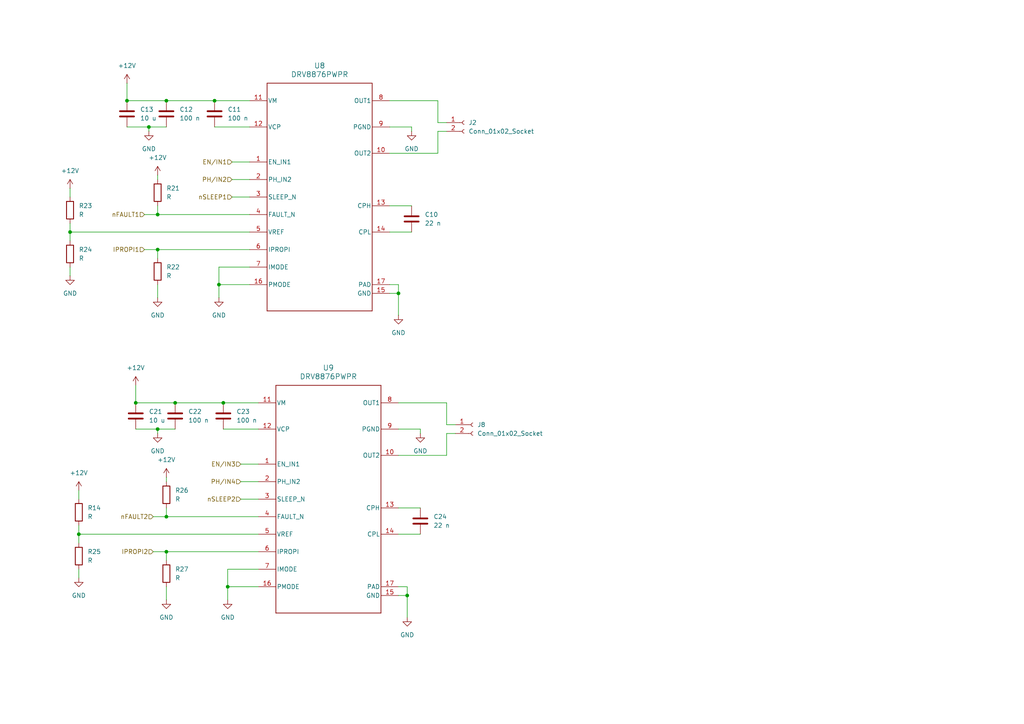
<source format=kicad_sch>
(kicad_sch (version 20231120) (generator "eeschema") (generator_version "8.0")
  (paper "A4")
  (lib_symbols
    (symbol "Connector:Conn_01x02_Socket" (pin_names (offset 1.016) hide)
      (property "Reference" "J" (at 0 2.54 0))
      (property "Value" "Conn_01x02_Socket" (at 0 -5.08 0))
      (symbol "Conn_01x02_Socket_1_1"
        (arc (start 0 -2.032) (mid -0.5058 -2.54) (end 0 -3.048) (stroke (width 0.1524)))
        (polyline (pts (xy -1.27 -2.54) (xy -0.508 -2.54)) (stroke (width 0.1524)))
        (polyline (pts (xy -1.27 0) (xy -0.508 0)) (stroke (width 0.1524)))
        (arc (start 0 0.508) (mid -0.5058 0) (end 0 -0.508) (stroke (width 0.1524)))
        (pin passive line (at -5.08 0 0) (length 3.81) (name "Pin_1") (number "1"))
        (pin passive line (at -5.08 -2.54 0) (length 3.81) (name "Pin_2") (number "2"))
      )
    )
    (symbol "DRV8876:DRV8876PWPR" (pin_names (offset 0.254))
      (property "Reference" "U" (at 0 2.54 0))
      (property "Value" "DRV8876PWPR" (at 0 0 0))
      (symbol "DRV8876PWPR_0_1"
        (polyline (pts (xy -15.24 -33.02) (xy 15.24 -33.02)) (stroke (width 0.2032)))
        (polyline (pts (xy -15.24 33.02) (xy -15.24 -33.02)) (stroke (width 0.2032)))
        (polyline (pts (xy 15.24 -33.02) (xy 15.24 33.02)) (stroke (width 0.2032)))
        (polyline (pts (xy 15.24 33.02) (xy -15.24 33.02)) (stroke (width 0.2032)))
        (pin input line (at -20.32 10.16 0) (length 5.08) (name "EN_IN1") (number "1"))
        (pin output line (at 20.32 12.7 180) (length 5.08) (name "OUT2") (number "10"))
        (pin power_in line (at -20.32 27.94 0) (length 5.08) (name "VM") (number "11"))
        (pin power_in line (at -20.32 20.32 0) (length 5.08) (name "VCP") (number "12"))
        (pin power_in line (at 20.32 -2.54 180) (length 5.08) (name "CPH") (number "13"))
        (pin power_in line (at 20.32 -10.16 180) (length 5.08) (name "CPL") (number "14"))
        (pin power_in line (at 20.32 -27.94 180) (length 5.08) (name "GND") (number "15"))
        (pin input line (at -20.32 -25.4 0) (length 5.08) (name "PMODE") (number "16"))
        (pin power_in line (at 20.32 -25.4 180) (length 5.08) (name "PAD") (number "17"))
        (pin input line (at -20.32 5.08 0) (length 5.08) (name "PH_IN2") (number "2"))
        (pin input line (at -20.32 0 0) (length 5.08) (name "SLEEP_N") (number "3"))
        (pin open_collector line (at -20.32 -5.08 0) (length 5.08) (name "FAULT_N") (number "4"))
        (pin power_in line (at -20.32 -10.16 0) (length 5.08) (name "VREF") (number "5"))
        (pin output line (at -20.32 -15.24 0) (length 5.08) (name "IPROPI") (number "6"))
        (pin input line (at -20.32 -20.32 0) (length 5.08) (name "IMODE") (number "7"))
        (pin output line (at 20.32 27.94 180) (length 5.08) (name "OUT1") (number "8"))
        (pin power_in line (at 20.32 20.32 180) (length 5.08) (name "PGND") (number "9"))
      )
    )
    (symbol "Device:C" (pin_numbers hide) (pin_names (offset 0.254))
      (property "Reference" "C" (at 0.635 2.54 0))
      (property "Value" "C" (at 0.635 -2.54 0))
      (symbol "C_0_1"
        (polyline (pts (xy -2.032 -0.762) (xy 2.032 -0.762)) (stroke (width 0.508)))
        (polyline (pts (xy -2.032 0.762) (xy 2.032 0.762)) (stroke (width 0.508)))
      )
      (symbol "C_1_1"
        (pin passive line (at 0 3.81 270) (length 2.794) (name "~") (number "1"))
        (pin passive line (at 0 -3.81 90) (length 2.794) (name "~") (number "2"))
      )
    )
    (symbol "Device:R" (pin_numbers hide) (pin_names (offset 0))
      (property "Reference" "R" (at 2.032 0 90))
      (property "Value" "R" (at 0 0 90))
      (symbol "R_0_1"
        (rectangle (start -1.016 -2.54) (end 1.016 2.54) (stroke (width 0.254)))
      )
      (symbol "R_1_1"
        (pin passive line (at 0 3.81 270) (length 1.27) (name "~") (number "1"))
        (pin passive line (at 0 -3.81 90) (length 1.27) (name "~") (number "2"))
      )
    )
    (symbol "power:+12V" (power) (pin_numbers hide) (pin_names (offset 0) hide)
      (property "Value" "+12V" (at 0 3.556 0))
      (symbol "+12V_0_1"
        (polyline (pts (xy -0.762 1.27) (xy 0 2.54)))
        (polyline (pts (xy 0 0) (xy 0 2.54)))
        (polyline (pts (xy 0 2.54) (xy 0.762 1.27)))
      )
      (symbol "+12V_1_1"
        (pin power_in line (at 0 0 90) (length 0) (name "~") (number "1"))
      )
    )
    (symbol "power:GND" (power) (pin_numbers hide) (pin_names (offset 0) hide)
      (property "Value" "GND" (at 0 -3.81 0))
      (symbol "GND_0_1"
        (polyline (pts (xy 0 0) (xy 0 -1.27) (xy 1.27 -1.27) (xy 0 -2.54) (xy -1.27 -1.27) (xy 0 -1.27)))
      )
      (symbol "GND_1_1"
        (pin power_in line (at 0 0 270) (length 0) (name "~") (number "1"))
      )
    )
  )
  (junction (at 43.18 36.83))
  (junction (at 20.32 67.31))
  (junction (at 45.72 72.39))
  (junction (at 48.26 160.02))
  (junction (at 50.8 116.84))
  (junction (at 118.11 172.72))
  (junction (at 63.5 82.55))
  (junction (at 48.26 149.86))
  (junction (at 66.04 170.18))
  (junction (at 64.77 116.84))
  (junction (at 36.83 29.21))
  (junction (at 48.26 29.21))
  (junction (at 115.57 85.09))
  (junction (at 39.37 116.84))
  (junction (at 45.72 124.46))
  (junction (at 22.86 154.94))
  (junction (at 62.23 29.21))
  (junction (at 45.72 62.23))
  (wire (pts (xy 115.57 132.08) (xy 129.54 132.08)))
  (wire (pts (xy 44.45 160.02) (xy 48.26 160.02)))
  (wire (pts (xy 48.26 170.18) (xy 48.26 173.99)))
  (wire (pts (xy 22.86 154.94) (xy 22.86 157.48)))
  (wire (pts (xy 45.72 125.73) (xy 45.72 124.46)))
  (wire (pts (xy 45.72 82.55) (xy 45.72 86.36)))
  (wire (pts (xy 45.72 124.46) (xy 50.8 124.46)))
  (wire (pts (xy 63.5 77.47) (xy 63.5 82.55)))
  (wire (pts (xy 62.23 29.21) (xy 72.39 29.21)))
  (wire (pts (xy 115.57 91.44) (xy 115.57 85.09)))
  (wire (pts (xy 41.91 62.23) (xy 45.72 62.23)))
  (wire (pts (xy 22.86 142.24) (xy 22.86 144.78)))
  (wire (pts (xy 63.5 82.55) (xy 72.39 82.55)))
  (wire (pts (xy 36.83 24.13) (xy 36.83 29.21)))
  (wire (pts (xy 74.93 154.94) (xy 22.86 154.94)))
  (wire (pts (xy 115.57 85.09) (xy 113.03 85.09)))
  (wire (pts (xy 64.77 124.46) (xy 74.93 124.46)))
  (wire (pts (xy 113.03 59.69) (xy 119.38 59.69)))
  (wire (pts (xy 115.57 170.18) (xy 118.11 170.18)))
  (wire (pts (xy 113.03 82.55) (xy 115.57 82.55)))
  (wire (pts (xy 22.86 165.1) (xy 22.86 167.64)))
  (wire (pts (xy 129.54 123.19) (xy 132.08 123.19)))
  (wire (pts (xy 69.85 139.7) (xy 74.93 139.7)))
  (wire (pts (xy 20.32 67.31) (xy 20.32 64.77)))
  (wire (pts (xy 48.26 160.02) (xy 74.93 160.02)))
  (wire (pts (xy 74.93 165.1) (xy 66.04 165.1)))
  (wire (pts (xy 118.11 172.72) (xy 115.57 172.72)))
  (wire (pts (xy 129.54 132.08) (xy 129.54 125.73)))
  (wire (pts (xy 119.38 36.83) (xy 119.38 38.1)))
  (wire (pts (xy 43.18 36.83) (xy 48.26 36.83)))
  (wire (pts (xy 62.23 36.83) (xy 72.39 36.83)))
  (wire (pts (xy 36.83 36.83) (xy 43.18 36.83)))
  (wire (pts (xy 115.57 124.46) (xy 121.92 124.46)))
  (wire (pts (xy 69.85 134.62) (xy 74.93 134.62)))
  (wire (pts (xy 20.32 77.47) (xy 20.32 80.01)))
  (wire (pts (xy 129.54 116.84) (xy 129.54 123.19)))
  (wire (pts (xy 115.57 82.55) (xy 115.57 85.09)))
  (wire (pts (xy 43.18 38.1) (xy 43.18 36.83)))
  (wire (pts (xy 113.03 44.45) (xy 127 44.45)))
  (wire (pts (xy 64.77 116.84) (xy 74.93 116.84)))
  (wire (pts (xy 44.45 149.86) (xy 48.26 149.86)))
  (wire (pts (xy 72.39 77.47) (xy 63.5 77.47)))
  (wire (pts (xy 113.03 36.83) (xy 119.38 36.83)))
  (wire (pts (xy 67.31 46.99) (xy 72.39 46.99)))
  (wire (pts (xy 69.85 144.78) (xy 74.93 144.78)))
  (wire (pts (xy 39.37 116.84) (xy 50.8 116.84)))
  (wire (pts (xy 115.57 147.32) (xy 121.92 147.32)))
  (wire (pts (xy 20.32 67.31) (xy 20.32 69.85)))
  (wire (pts (xy 45.72 72.39) (xy 72.39 72.39)))
  (wire (pts (xy 41.91 72.39) (xy 45.72 72.39)))
  (wire (pts (xy 20.32 54.61) (xy 20.32 57.15)))
  (wire (pts (xy 127 35.56) (xy 129.54 35.56)))
  (wire (pts (xy 48.26 29.21) (xy 62.23 29.21)))
  (wire (pts (xy 48.26 147.32) (xy 48.26 149.86)))
  (wire (pts (xy 45.72 62.23) (xy 72.39 62.23)))
  (wire (pts (xy 48.26 162.56) (xy 48.26 160.02)))
  (wire (pts (xy 66.04 170.18) (xy 74.93 170.18)))
  (wire (pts (xy 115.57 154.94) (xy 121.92 154.94)))
  (wire (pts (xy 66.04 170.18) (xy 66.04 173.99)))
  (wire (pts (xy 50.8 116.84) (xy 64.77 116.84)))
  (wire (pts (xy 45.72 50.8) (xy 45.72 52.07)))
  (wire (pts (xy 127 29.21) (xy 127 35.56)))
  (wire (pts (xy 121.92 124.46) (xy 121.92 125.73)))
  (wire (pts (xy 67.31 57.15) (xy 72.39 57.15)))
  (wire (pts (xy 39.37 124.46) (xy 45.72 124.46)))
  (wire (pts (xy 36.83 29.21) (xy 48.26 29.21)))
  (wire (pts (xy 45.72 74.93) (xy 45.72 72.39)))
  (wire (pts (xy 113.03 29.21) (xy 127 29.21)))
  (wire (pts (xy 129.54 125.73) (xy 132.08 125.73)))
  (wire (pts (xy 115.57 116.84) (xy 129.54 116.84)))
  (wire (pts (xy 118.11 179.07) (xy 118.11 172.72)))
  (wire (pts (xy 48.26 149.86) (xy 74.93 149.86)))
  (wire (pts (xy 63.5 82.55) (xy 63.5 86.36)))
  (wire (pts (xy 48.26 138.43) (xy 48.26 139.7)))
  (wire (pts (xy 45.72 59.69) (xy 45.72 62.23)))
  (wire (pts (xy 39.37 111.76) (xy 39.37 116.84)))
  (wire (pts (xy 66.04 165.1) (xy 66.04 170.18)))
  (wire (pts (xy 113.03 67.31) (xy 119.38 67.31)))
  (wire (pts (xy 127 38.1) (xy 129.54 38.1)))
  (wire (pts (xy 72.39 67.31) (xy 20.32 67.31)))
  (wire (pts (xy 67.31 52.07) (xy 72.39 52.07)))
  (wire (pts (xy 118.11 170.18) (xy 118.11 172.72)))
  (wire (pts (xy 127 44.45) (xy 127 38.1)))
  (wire (pts (xy 22.86 154.94) (xy 22.86 152.4)))
  (hierarchical_label "nFAULT2" (shape input) (at 44.45 149.86 180))
  (hierarchical_label "IPROPI1" (shape input) (at 41.91 72.39 180))
  (hierarchical_label "PH{slash}IN4" (shape input) (at 69.85 139.7 180))
  (hierarchical_label "IPROPI2" (shape input) (at 44.45 160.02 180))
  (hierarchical_label "PH{slash}IN2" (shape input) (at 67.31 52.07 180))
  (hierarchical_label "nFAULT1" (shape input) (at 41.91 62.23 180))
  (hierarchical_label "EN{slash}IN1" (shape input) (at 67.31 46.99 180))
  (hierarchical_label "nSLEEP1" (shape input) (at 67.31 57.15 180))
  (hierarchical_label "EN{slash}IN3" (shape input) (at 69.85 134.62 180))
  (hierarchical_label "nSLEEP2" (shape input) (at 69.85 144.78 180))
  (symbol (lib_id "Device:C") (at 64.77 120.65 180) (unit 1)
    (property "Reference" "C23" (at 68.58 119.3799 0) (effects (justify right)))
    (property "Value" "100 n" (at 68.58 121.9199 0) (effects (justify right)))
    (property "Footprint" "Capacitor_SMD:C_0201_0603Metric" (effects (hide yes)))
    (property "Description" "Unpolarized capacitor" (effects (hide yes)))
  )
  (symbol (lib_id "Device:C") (at 121.92 151.13 0) (unit 1)
    (property "Reference" "C24" (at 125.73 149.8599 0) (effects (justify left)))
    (property "Value" "22 n" (at 125.73 152.3999 0) (effects (justify left)))
    (property "Footprint" "Capacitor_SMD:C_0201_0603Metric" (effects (hide yes)))
    (property "Description" "Unpolarized capacitor" (effects (hide yes)))
  )
  (symbol (lib_id "power:+12V") (at 39.37 111.76 0) (unit 1)
    (property "Reference" "#PWR052" (effects (hide yes)))
    (property "Value" "+12V" (at 39.37 106.68 0))
    (property "Description" "Power symbol creates a global label with name \"+12V\"" (effects (hide yes)))
  )
  (symbol (lib_id "power:GND") (at 48.26 173.99 0) (unit 1)
    (property "Reference" "#PWR055" (effects (hide yes)))
    (property "Value" "GND" (at 48.26 179.07 0))
    (property "Description" "Power symbol creates a global label with name \"GND\" , ground" (effects (hide yes)))
  )
  (symbol (lib_id "power:GND") (at 121.92 125.73 0) (unit 1)
    (property "Reference" "#PWR058" (effects (hide yes)))
    (property "Value" "GND" (at 121.92 130.81 0))
    (property "Description" "Power symbol creates a global label with name \"GND\" , ground" (effects (hide yes)))
  )
  (symbol (lib_id "power:GND") (at 20.32 80.01 0) (unit 1)
    (property "Reference" "#PWR042" (effects (hide yes)))
    (property "Value" "GND" (at 20.32 85.09 0))
    (property "Description" "Power symbol creates a global label with name \"GND\" , ground" (effects (hide yes)))
  )
  (symbol (lib_id "Device:C") (at 39.37 120.65 0) (unit 1)
    (property "Reference" "C21" (at 43.18 119.3799 0) (effects (justify left)))
    (property "Value" "10 u" (at 43.18 121.9199 0) (effects (justify left)))
    (property "Footprint" "Capacitor_SMD:C_0201_0603Metric" (effects (hide yes)))
    (property "Description" "Unpolarized capacitor" (effects (hide yes)))
  )
  (symbol (lib_id "Device:R") (at 22.86 148.59 0) (unit 1)
    (property "Reference" "R14" (at 25.4 147.3199 0) (effects (justify left)))
    (property "Value" "R" (at 25.4 149.8599 0) (effects (justify left)))
    (property "Footprint" "Resistor_SMD:R_0201_0603Metric" (effects (hide yes)))
    (property "Description" "Resistor" (effects (hide yes)))
  )
  (symbol (lib_id "power:GND") (at 45.72 86.36 0) (unit 1)
    (property "Reference" "#PWR040" (effects (hide yes)))
    (property "Value" "GND" (at 45.72 91.44 0))
    (property "Description" "Power symbol creates a global label with name \"GND\" , ground" (effects (hide yes)))
  )
  (symbol (lib_id "Connector:Conn_01x02_Socket") (at 134.62 35.56 0) (unit 1)
    (property "Reference" "J2" (at 135.89 35.5599 0) (effects (justify left)))
    (property "Value" "Conn_01x02_Socket" (at 135.89 38.0999 0) (effects (justify left)))
    (property "Footprint" "Connector_JST:JST_PH_B2B-PH-K_1x02_P2.00mm_Vertical" (effects (hide yes)))
    (property "Description" "Generic connector, single row, 01x02, script generated" (effects (hide yes)))
  )
  (symbol (lib_id "power:+12V") (at 22.86 142.24 0) (unit 1)
    (property "Reference" "#PWR041" (effects (hide yes)))
    (property "Value" "+12V" (at 22.86 137.16 0))
    (property "Description" "Power symbol creates a global label with name \"+12V\"" (effects (hide yes)))
  )
  (symbol (lib_id "Device:R") (at 20.32 73.66 0) (unit 1)
    (property "Reference" "R24" (at 22.86 72.3899 0) (effects (justify left)))
    (property "Value" "R" (at 22.86 74.9299 0) (effects (justify left)))
    (property "Footprint" "Resistor_SMD:R_0201_0603Metric" (effects (hide yes)))
    (property "Description" "Resistor" (effects (hide yes)))
  )
  (symbol (lib_id "power:+12V") (at 48.26 138.43 0) (unit 1)
    (property "Reference" "#PWR054" (effects (hide yes)))
    (property "Value" "+12V" (at 48.26 133.35 0))
    (property "Description" "Power symbol creates a global label with name \"+12V\"" (effects (hide yes)))
  )
  (symbol (lib_id "power:GND") (at 119.38 38.1 0) (unit 1)
    (property "Reference" "#PWR039" (effects (hide yes)))
    (property "Value" "GND" (at 119.38 43.18 0))
    (property "Description" "Power symbol creates a global label with name \"GND\" , ground" (effects (hide yes)))
  )
  (symbol (lib_id "Device:R") (at 45.72 78.74 0) (unit 1)
    (property "Reference" "R22" (at 48.26 77.4699 0) (effects (justify left)))
    (property "Value" "R" (at 48.26 80.0099 0) (effects (justify left)))
    (property "Footprint" "Resistor_SMD:R_0201_0603Metric" (effects (hide yes)))
    (property "Description" "Resistor" (effects (hide yes)))
  )
  (symbol (lib_id "power:GND") (at 63.5 86.36 0) (unit 1)
    (property "Reference" "#PWR038" (effects (hide yes)))
    (property "Value" "GND" (at 63.5 91.44 0))
    (property "Description" "Power symbol creates a global label with name \"GND\" , ground" (effects (hide yes)))
  )
  (symbol (lib_id "power:GND") (at 66.04 173.99 0) (unit 1)
    (property "Reference" "#PWR056" (effects (hide yes)))
    (property "Value" "GND" (at 66.04 179.07 0))
    (property "Description" "Power symbol creates a global label with name \"GND\" , ground" (effects (hide yes)))
  )
  (symbol (lib_id "Connector:Conn_01x02_Socket") (at 137.16 123.19 0) (unit 1)
    (property "Reference" "J8" (at 138.43 123.1899 0) (effects (justify left)))
    (property "Value" "Conn_01x02_Socket" (at 138.43 125.7299 0) (effects (justify left)))
    (property "Footprint" "Connector_JST:JST_PH_B2B-PH-K_1x02_P2.00mm_Vertical" (effects (hide yes)))
    (property "Description" "Generic connector, single row, 01x02, script generated" (effects (hide yes)))
  )
  (symbol (lib_id "Device:R") (at 45.72 55.88 0) (unit 1)
    (property "Reference" "R21" (at 48.26 54.6099 0) (effects (justify left)))
    (property "Value" "R" (at 48.26 57.1499 0) (effects (justify left)))
    (property "Footprint" "Resistor_SMD:R_0201_0603Metric" (effects (hide yes)))
    (property "Description" "Resistor" (effects (hide yes)))
  )
  (symbol (lib_id "Device:C") (at 36.83 33.02 0) (unit 1)
    (property "Reference" "C13" (at 40.64 31.7499 0) (effects (justify left)))
    (property "Value" "10 u" (at 40.64 34.2899 0) (effects (justify left)))
    (property "Footprint" "Capacitor_SMD:C_0201_0603Metric" (effects (hide yes)))
    (property "Description" "Unpolarized capacitor" (effects (hide yes)))
  )
  (symbol (lib_id "Device:R") (at 48.26 143.51 0) (unit 1)
    (property "Reference" "R26" (at 50.8 142.2399 0) (effects (justify left)))
    (property "Value" "R" (at 50.8 144.7799 0) (effects (justify left)))
    (property "Footprint" "Resistor_SMD:R_0201_0603Metric" (effects (hide yes)))
    (property "Description" "Resistor" (effects (hide yes)))
  )
  (symbol (lib_id "power:GND") (at 118.11 179.07 0) (unit 1)
    (property "Reference" "#PWR057" (effects (hide yes)))
    (property "Value" "GND" (at 118.11 184.15 0))
    (property "Description" "Power symbol creates a global label with name \"GND\" , ground" (effects (hide yes)))
  )
  (symbol (lib_id "Device:C") (at 50.8 120.65 0) (unit 1)
    (property "Reference" "C22" (at 54.61 119.3799 0) (effects (justify left)))
    (property "Value" "100 n" (at 54.61 121.9199 0) (effects (justify left)))
    (property "Footprint" "Capacitor_SMD:C_0201_0603Metric" (effects (hide yes)))
    (property "Description" "Unpolarized capacitor" (effects (hide yes)))
  )
  (symbol (lib_id "DRV8876:DRV8876PWPR") (at 92.71 57.15 0) (unit 1)
    (property "Reference" "U8" (at 92.71 19.05 0) (effects (font (size 1.524 1.524))))
    (property "Value" "DRV8876PWPR" (at 92.71 21.59 0) (effects (font (size 1.524 1.524))))
    (property "Footprint" "PWP0016J_N" (effects (hide yes)))
    (property "Datasheet" "DRV8876PWPR" (effects (hide yes)))
  )
  (symbol (lib_id "Device:C") (at 119.38 63.5 0) (unit 1)
    (property "Reference" "C10" (at 123.19 62.2299 0) (effects (justify left)))
    (property "Value" "22 n" (at 123.19 64.7699 0) (effects (justify left)))
    (property "Footprint" "Capacitor_SMD:C_0201_0603Metric" (effects (hide yes)))
    (property "Description" "Unpolarized capacitor" (effects (hide yes)))
  )
  (symbol (lib_id "Device:R") (at 20.32 60.96 0) (unit 1)
    (property "Reference" "R23" (at 22.86 59.6899 0) (effects (justify left)))
    (property "Value" "R" (at 22.86 62.2299 0) (effects (justify left)))
    (property "Footprint" "Resistor_SMD:R_0201_0603Metric" (effects (hide yes)))
    (property "Description" "Resistor" (effects (hide yes)))
  )
  (symbol (lib_id "power:GND") (at 45.72 125.73 0) (unit 1)
    (property "Reference" "#PWR053" (effects (hide yes)))
    (property "Value" "GND" (at 45.72 130.81 0))
    (property "Description" "Power symbol creates a global label with name \"GND\" , ground" (effects (hide yes)))
  )
  (symbol (lib_id "Device:R") (at 22.86 161.29 0) (unit 1)
    (property "Reference" "R25" (at 25.4 160.0199 0) (effects (justify left)))
    (property "Value" "R" (at 25.4 162.5599 0) (effects (justify left)))
    (property "Footprint" "Resistor_SMD:R_0201_0603Metric" (effects (hide yes)))
    (property "Description" "Resistor" (effects (hide yes)))
  )
  (symbol (lib_id "DRV8876:DRV8876PWPR") (at 95.25 144.78 0) (unit 1)
    (property "Reference" "U9" (at 95.25 106.68 0) (effects (font (size 1.524 1.524))))
    (property "Value" "DRV8876PWPR" (at 95.25 109.22 0) (effects (font (size 1.524 1.524))))
    (property "Footprint" "BQ25628E:WQFN-HR18__RYK_TEX" (effects (hide yes)))
    (property "Datasheet" "DRV8876PWPR" (effects (hide yes)))
  )
  (symbol (lib_id "Device:R") (at 48.26 166.37 0) (unit 1)
    (property "Reference" "R27" (at 50.8 165.0999 0) (effects (justify left)))
    (property "Value" "R" (at 50.8 167.6399 0) (effects (justify left)))
    (property "Footprint" "Resistor_SMD:R_0201_0603Metric" (effects (hide yes)))
    (property "Description" "Resistor" (effects (hide yes)))
  )
  (symbol (lib_id "Device:C") (at 48.26 33.02 0) (unit 1)
    (property "Reference" "C12" (at 52.07 31.7499 0) (effects (justify left)))
    (property "Value" "100 n" (at 52.07 34.2899 0) (effects (justify left)))
    (property "Footprint" "Capacitor_SMD:C_0201_0603Metric" (effects (hide yes)))
    (property "Description" "Unpolarized capacitor" (effects (hide yes)))
  )
  (symbol (lib_id "power:+12V") (at 45.72 50.8 0) (unit 1)
    (property "Reference" "#PWR043" (effects (hide yes)))
    (property "Value" "+12V" (at 45.72 45.72 0))
    (property "Description" "Power symbol creates a global label with name \"+12V\"" (effects (hide yes)))
  )
  (symbol (lib_id "power:GND") (at 43.18 38.1 0) (unit 1)
    (property "Reference" "#PWR034" (effects (hide yes)))
    (property "Value" "GND" (at 43.18 43.18 0))
    (property "Description" "Power symbol creates a global label with name \"GND\" , ground" (effects (hide yes)))
  )
  (symbol (lib_id "power:+12V") (at 36.83 24.13 0) (unit 1)
    (property "Reference" "#PWR032" (effects (hide yes)))
    (property "Value" "+12V" (at 36.83 19.05 0))
    (property "Description" "Power symbol creates a global label with name \"+12V\"" (effects (hide yes)))
  )
  (symbol (lib_id "power:GND") (at 22.86 167.64 0) (unit 1)
    (property "Reference" "#PWR051" (effects (hide yes)))
    (property "Value" "GND" (at 22.86 172.72 0))
    (property "Description" "Power symbol creates a global label with name \"GND\" , ground" (effects (hide yes)))
  )
  (symbol (lib_id "power:+12V") (at 20.32 54.61 0) (unit 1)
    (property "Reference" "#PWR037" (effects (hide yes)))
    (property "Value" "+12V" (at 20.32 49.53 0))
    (property "Description" "Power symbol creates a global label with name \"+12V\"" (effects (hide yes)))
  )
  (symbol (lib_id "Device:C") (at 62.23 33.02 180) (unit 1)
    (property "Reference" "C11" (at 66.04 31.7499 0) (effects (justify right)))
    (property "Value" "100 n" (at 66.04 34.2899 0) (effects (justify right)))
    (property "Footprint" "Capacitor_SMD:C_0201_0603Metric" (effects (hide yes)))
    (property "Description" "Unpolarized capacitor" (effects (hide yes)))
  )
  (symbol (lib_id "power:GND") (at 115.57 91.44 0) (unit 1)
    (property "Reference" "#PWR033" (effects (hide yes)))
    (property "Value" "GND" (at 115.57 96.52 0))
    (property "Description" "Power symbol creates a global label with name \"GND\" , ground" (effects (hide yes)))
  )
)
</source>
